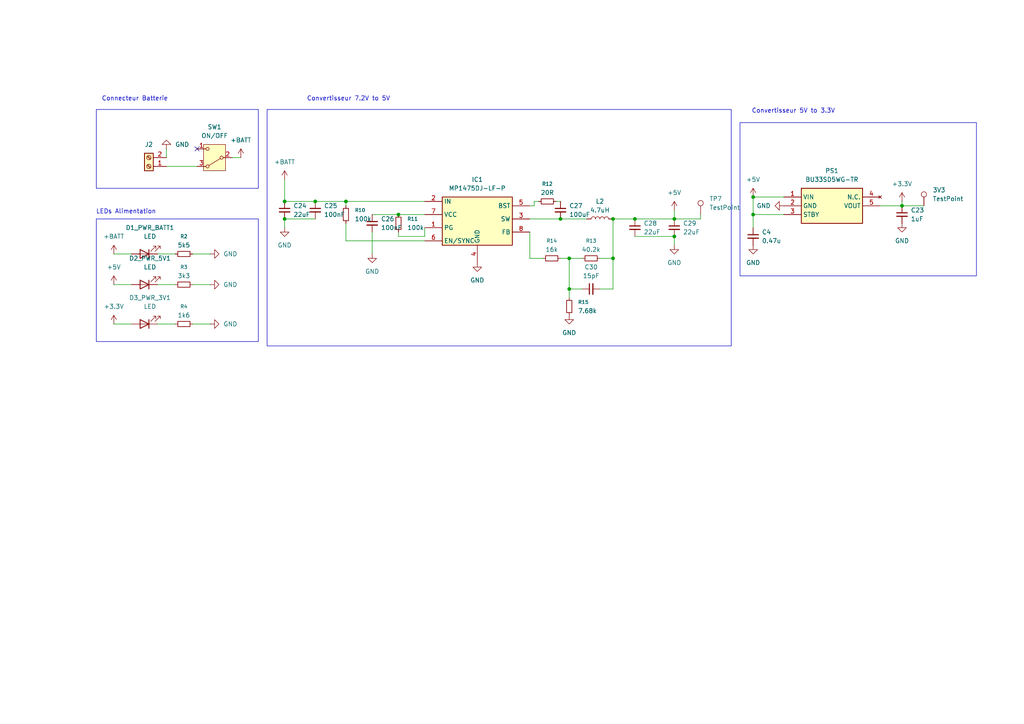
<source format=kicad_sch>
(kicad_sch (version 20250114) (generator "eeschema") (generator_version "9.0")
  (paper "A4")
  (lib_symbols
    (symbol "BU33SD5WG-TR:BU33SD5WG-TR"
      (property "Reference" "PS" (at 24.13 7.62 0))
      (property "Value" "BU33SD5WG-TR" (at 24.13 5.08 0))
      (symbol "BU33SD5WG-TR_1_1"
        (rectangle (start 5.08 2.54) (end 22.86 -7.62) (stroke (width 0.254)) (fill (type background)))
        (pin passive line (at 0 0 0) (length 5.08) (name "VIN") (number "1"))
        (pin passive line (at 0 -2.54 0) (length 5.08) (name "GND") (number "2"))
        (pin passive line (at 0 -5.08 0) (length 5.08) (name "STBY") (number "3"))
        (pin no_connect line (at 27.94 0 180) (length 5.08) (name "N.C.") (number "4"))
        (pin passive line (at 27.94 -2.54 180) (length 5.08) (name "VOUT") (number "5"))
      )
    )
    (symbol "Connector:Screw_Terminal_01x02" (pin_names (offset 1.016) (hide yes))
      (property "Reference" "J" (at 0 2.54 0))
      (property "Value" "Screw_Terminal_01x02" (at 0 -5.08 0))
      (symbol "Screw_Terminal_01x02_1_1"
        (rectangle (start -1.27 1.27) (end 1.27 -3.81) (stroke (width 0.254)) (fill (type background)))
        (polyline (pts (xy -0.5334 0.3302) (xy 0.3302 -0.508)) (stroke (width 0.1524)))
        (polyline (pts (xy -0.5334 -2.2098) (xy 0.3302 -3.048)) (stroke (width 0.1524)))
        (polyline (pts (xy -0.3556 0.508) (xy 0.508 -0.3302)) (stroke (width 0.1524)))
        (polyline (pts (xy -0.3556 -2.032) (xy 0.508 -2.8702)) (stroke (width 0.1524)))
        (circle (center 0 0) (radius 0.635) (stroke (width 0.1524)))
        (circle (center 0 -2.54) (radius 0.635) (stroke (width 0.1524)))
        (pin passive line (at -5.08 0 0) (length 3.81) (name "Pin_1") (number "1"))
        (pin passive line (at -5.08 -2.54 0) (length 3.81) (name "Pin_2") (number "2"))
      )
    )
    (symbol "Connector:TestPoint" (pin_numbers (hide yes)) (pin_names (offset 0.762) (hide yes))
      (property "Reference" "TP" (at 0 6.858 0))
      (property "Value" "TestPoint" (at 0 5.08 0))
      (symbol "TestPoint_0_1"
        (circle (center 0 3.302) (radius 0.762))
      )
      (symbol "TestPoint_1_1"
        (pin passive line (at 0 0 90) (length 2.54) (name "1") (number "1"))
      )
    )
    (symbol "Device:C_Small" (pin_numbers (hide yes)) (pin_names (offset 0.254) (hide yes))
      (property "Reference" "C" (at 0.254 1.778 0))
      (property "Value" "C_Small" (at 0.254 -2.032 0))
      (symbol "C_Small_0_1"
        (polyline (pts (xy -1.524 0.508) (xy 1.524 0.508)) (stroke (width 0.3048)))
        (polyline (pts (xy -1.524 -0.508) (xy 1.524 -0.508)) (stroke (width 0.3302)))
      )
      (symbol "C_Small_1_1"
        (pin passive line (at 0 2.54 270) (length 2.032) (name "~") (number "1"))
        (pin passive line (at 0 -2.54 90) (length 2.032) (name "~") (number "2"))
      )
    )
    (symbol "Device:L" (pin_numbers (hide yes)) (pin_names (offset 1.016) (hide yes))
      (property "Reference" "L" (at -1.27 0 90))
      (property "Value" "L" (at 1.905 0 90))
      (symbol "L_0_1"
        (arc (start 0 2.54) (mid 0.6323 1.905) (end 0 1.27))
        (arc (start 0 1.27) (mid 0.6323 0.635) (end 0 0))
        (arc (start 0 0) (mid 0.6323 -0.635) (end 0 -1.27))
        (arc (start 0 -1.27) (mid 0.6323 -1.905) (end 0 -2.54))
      )
      (symbol "L_1_1"
        (pin passive line (at 0 3.81 270) (length 1.27) (name "1") (number "1"))
        (pin passive line (at 0 -3.81 90) (length 1.27) (name "2") (number "2"))
      )
    )
    (symbol "Device:LED" (pin_numbers (hide yes)) (pin_names (offset 1.016) (hide yes))
      (property "Reference" "D" (at 0 2.54 0))
      (property "Value" "LED" (at 0 -2.54 0))
      (symbol "LED_0_1"
        (polyline (pts (xy -3.048 -0.762) (xy -4.572 -2.286) (xy -3.81 -2.286) (xy -4.572 -2.286) (xy -4.572 -1.524)))
        (polyline (pts (xy -1.778 -0.762) (xy -3.302 -2.286) (xy -2.54 -2.286) (xy -3.302 -2.286) (xy -3.302 -1.524)))
        (polyline (pts (xy -1.27 0) (xy 1.27 0)))
        (polyline (pts (xy -1.27 -1.27) (xy -1.27 1.27)) (stroke (width 0.254)))
        (polyline (pts (xy 1.27 -1.27) (xy 1.27 1.27) (xy -1.27 0) (xy 1.27 -1.27)) (stroke (width 0.254)))
      )
      (symbol "LED_1_1"
        (pin passive line (at -3.81 0 0) (length 2.54) (name "K") (number "1"))
        (pin passive line (at 3.81 0 180) (length 2.54) (name "A") (number "2"))
      )
    )
    (symbol "Device:R_Small" (pin_numbers (hide yes)) (pin_names (offset 0.254) (hide yes))
      (property "Reference" "R" (at 0 0 90))
      (property "Value" "R_Small" (at 1.778 0 90))
      (symbol "R_Small_0_1"
        (rectangle (start -0.762 1.778) (end 0.762 -1.778) (stroke (width 0.2032)))
      )
      (symbol "R_Small_1_1"
        (pin passive line (at 0 2.54 270) (length 0.762) (name "~") (number "1"))
        (pin passive line (at 0 -2.54 90) (length 0.762) (name "~") (number "2"))
      )
    )
    (symbol "MP1475DJ-LF-P:MP1475DJ-LF-P"
      (property "Reference" "IC" (at 26.67 7.62 0))
      (property "Value" "MP1475DJ-LF-P" (at 26.67 5.08 0))
      (symbol "MP1475DJ-LF-P_1_1"
        (rectangle (start 5.08 2.54) (end 25.4 -11.43) (stroke (width 0.254)) (fill (type background)))
        (pin passive line (at 0 1.27 0) (length 5.08) (name "IN") (number "2"))
        (pin passive line (at 0 -2.54 0) (length 5.08) (name "VCC") (number "7"))
        (pin passive line (at 0 -6.35 0) (length 5.08) (name "PG") (number "1"))
        (pin passive line (at 0 -10.16 0) (length 5.08) (name "EN/SYNC") (number "6"))
        (pin passive line (at 15.24 -16.51 90) (length 5.08) (name "GND") (number "4"))
        (pin passive line (at 30.48 0 180) (length 5.08) (name "BST") (number "5"))
        (pin passive line (at 30.48 -3.81 180) (length 5.08) (name "SW") (number "3"))
        (pin passive line (at 30.48 -7.62 180) (length 5.08) (name "FB") (number "8"))
      )
    )
    (symbol "Switch:SW_Nidec_CAS-120A1" (pin_names (offset 1) (hide yes))
      (property "Reference" "SW" (at 0 4.318 0))
      (property "Value" "SW_Nidec_CAS-120A1" (at 0 -5.08 0))
      (symbol "SW_Nidec_CAS-120A1_0_1"
        (circle (center -2.032 0) (radius 0.4572))
        (polyline (pts (xy -1.651 0.254) (xy 1.651 2.286)))
        (circle (center 2.032 2.54) (radius 0.4572))
        (circle (center 2.032 -2.54) (radius 0.4572))
      )
      (symbol "SW_Nidec_CAS-120A1_1_1"
        (rectangle (start -3.175 3.81) (end 3.175 -3.81) (fill (type background)))
        (pin passive line (at -5.08 0 0) (length 2.54) (name "B") (number "2"))
        (pin passive line (at 5.08 2.54 180) (length 2.54) (name "A") (number "3"))
        (pin passive line (at 5.08 -2.54 180) (length 2.54) (name "C") (number "1"))
      )
    )
    (symbol "power:+3.3V" (power) (pin_numbers (hide yes)) (pin_names (offset 0) (hide yes))
      (property "Value" "+3.3V" (at 0 3.556 0))
      (symbol "+3.3V_0_1"
        (polyline (pts (xy -0.762 1.27) (xy 0 2.54)))
        (polyline (pts (xy 0 2.54) (xy 0.762 1.27)))
        (polyline (pts (xy 0 0) (xy 0 2.54)))
      )
      (symbol "+3.3V_1_1"
        (pin power_in line (at 0 0 90) (length 0) (name "~") (number "1"))
      )
    )
    (symbol "power:+5V" (power) (pin_numbers (hide yes)) (pin_names (offset 0) (hide yes))
      (property "Value" "+5V" (at 0 3.556 0))
      (symbol "+5V_0_1"
        (polyline (pts (xy -0.762 1.27) (xy 0 2.54)))
        (polyline (pts (xy 0 2.54) (xy 0.762 1.27)))
        (polyline (pts (xy 0 0) (xy 0 2.54)))
      )
      (symbol "+5V_1_1"
        (pin power_in line (at 0 0 90) (length 0) (name "~") (number "1"))
      )
    )
    (symbol "power:+BATT" (power) (pin_numbers (hide yes)) (pin_names (offset 0) (hide yes))
      (property "Value" "+BATT" (at 0 3.556 0))
      (symbol "+BATT_0_1"
        (polyline (pts (xy -0.762 1.27) (xy 0 2.54)))
        (polyline (pts (xy 0 2.54) (xy 0.762 1.27)))
        (polyline (pts (xy 0 0) (xy 0 2.54)))
      )
      (symbol "+BATT_1_1"
        (pin power_in line (at 0 0 90) (length 0) (name "~") (number "1"))
      )
    )
    (symbol "power:GND" (power) (pin_numbers (hide yes)) (pin_names (offset 0) (hide yes))
      (property "Value" "GND" (at 0 -3.81 0))
      (symbol "GND_0_1"
        (polyline (pts (xy 0 0) (xy 0 -1.27) (xy 1.27 -1.27) (xy 0 -2.54) (xy -1.27 -1.27) (xy 0 -1.27)))
      )
      (symbol "GND_1_1"
        (pin power_in line (at 0 0 270) (length 0) (name "~") (number "1"))
      )
    )
  )
  (rectangle (start 27.94 31.75) (end 74.93 54.61))
  (rectangle (start 27.94 63.5) (end 74.93 99.06))
  (rectangle (start 77.47 31.75) (end 212.09 100.33))
  (rectangle (start 214.63 35.56) (end 283.21 80.01))
  (text "Convertisseur 7.2V to 5V" (at 101.092 28.702 0) (effects (font (size 1.27 1.27))))
  (text "Connecteur Batterie" (at 39.116 28.702 0) (effects (font (size 1.27 1.27))))
  (text "Convertisseur 5V to 3.3V" (at 230.124 32.258 0) (effects (font (size 1.27 1.27))))
  (text "LEDs Alimentation" (at 36.576 61.468 0) (effects (font (size 1.27 1.27))))
  (junction (at 218.44 62.23))
  (junction (at 195.58 63.5))
  (junction (at 162.56 63.5))
  (junction (at 218.44 57.15))
  (junction (at 195.58 68.58))
  (junction (at 100.33 58.42))
  (junction (at 177.8 74.93))
  (junction (at 165.1 74.93))
  (junction (at 177.8 63.5))
  (junction (at 82.55 58.42))
  (junction (at 165.1 83.82))
  (junction (at 184.15 63.5))
  (junction (at 91.44 58.42))
  (junction (at 115.57 62.23))
  (junction (at 261.62 59.69))
  (junction (at 82.55 63.5))
  (no_connect (at 57.15 43.18))
  (wire (pts (xy 173.99 74.93) (xy 177.8 74.93)))
  (wire (pts (xy 82.55 63.5) (xy 82.55 66.04)))
  (wire (pts (xy 33.02 82.55) (xy 38.1 82.55)))
  (wire (pts (xy 168.91 74.93) (xy 165.1 74.93)))
  (wire (pts (xy 123.19 66.04) (xy 123.19 68.58)))
  (wire (pts (xy 195.58 68.58) (xy 195.58 71.12)))
  (wire (pts (xy 177.8 83.82) (xy 177.8 74.93)))
  (wire (pts (xy 218.44 62.23) (xy 227.33 62.23)))
  (wire (pts (xy 154.94 59.69) (xy 153.67 59.69)))
  (wire (pts (xy 162.56 74.93) (xy 165.1 74.93)))
  (wire (pts (xy 165.1 83.82) (xy 168.91 83.82)))
  (wire (pts (xy 218.44 66.04) (xy 218.44 62.23)))
  (wire (pts (xy 55.88 82.55) (xy 60.96 82.55)))
  (wire (pts (xy 33.02 73.66) (xy 38.1 73.66)))
  (wire (pts (xy 157.48 74.93) (xy 153.67 74.93)))
  (wire (pts (xy 165.1 74.93) (xy 165.1 83.82)))
  (wire (pts (xy 184.15 68.58) (xy 195.58 68.58)))
  (wire (pts (xy 177.8 63.5) (xy 184.15 63.5)))
  (wire (pts (xy 154.94 58.42) (xy 156.21 58.42)))
  (wire (pts (xy 255.27 59.69) (xy 261.62 59.69)))
  (wire (pts (xy 45.72 73.66) (xy 50.8 73.66)))
  (wire (pts (xy 82.55 58.42) (xy 91.44 58.42)))
  (wire (pts (xy 100.33 58.42) (xy 91.44 58.42)))
  (wire (pts (xy 154.94 58.42) (xy 154.94 59.69)))
  (wire (pts (xy 107.95 67.31) (xy 107.95 73.66)))
  (wire (pts (xy 261.62 59.69) (xy 267.97 59.69)))
  (wire (pts (xy 115.57 68.58) (xy 115.57 67.31)))
  (wire (pts (xy 48.26 48.26) (xy 57.15 48.26)))
  (wire (pts (xy 195.58 60.96) (xy 195.58 63.5)))
  (wire (pts (xy 203.2 62.23) (xy 203.2 63.5)))
  (wire (pts (xy 55.88 93.98) (xy 60.96 93.98)))
  (wire (pts (xy 115.57 62.23) (xy 123.19 62.23)))
  (wire (pts (xy 261.62 58.42) (xy 261.62 59.69)))
  (wire (pts (xy 100.33 58.42) (xy 100.33 59.69)))
  (wire (pts (xy 165.1 86.36) (xy 165.1 83.82)))
  (wire (pts (xy 153.67 63.5) (xy 162.56 63.5)))
  (wire (pts (xy 123.19 69.85) (xy 100.33 69.85)))
  (wire (pts (xy 55.88 73.66) (xy 60.96 73.66)))
  (wire (pts (xy 100.33 58.42) (xy 123.19 58.42)))
  (wire (pts (xy 123.19 68.58) (xy 115.57 68.58)))
  (wire (pts (xy 107.95 62.23) (xy 115.57 62.23)))
  (wire (pts (xy 218.44 62.23) (xy 218.44 57.15)))
  (wire (pts (xy 153.67 74.93) (xy 153.67 67.31)))
  (wire (pts (xy 195.58 63.5) (xy 203.2 63.5)))
  (wire (pts (xy 33.02 93.98) (xy 38.1 93.98)))
  (wire (pts (xy 184.15 63.5) (xy 195.58 63.5)))
  (wire (pts (xy 45.72 93.98) (xy 50.8 93.98)))
  (wire (pts (xy 218.44 57.15) (xy 227.33 57.15)))
  (wire (pts (xy 45.72 82.55) (xy 50.8 82.55)))
  (wire (pts (xy 82.55 63.5) (xy 91.44 63.5)))
  (wire (pts (xy 162.56 63.5) (xy 170.18 63.5)))
  (wire (pts (xy 173.99 83.82) (xy 177.8 83.82)))
  (wire (pts (xy 177.8 63.5) (xy 177.8 74.93)))
  (wire (pts (xy 82.55 52.07) (xy 82.55 58.42)))
  (wire (pts (xy 161.29 58.42) (xy 162.56 58.42)))
  (wire (pts (xy 100.33 69.85) (xy 100.33 64.77)))
  (wire (pts (xy 48.26 43.18) (xy 48.26 45.72)))
  (wire (pts (xy 67.31 45.72) (xy 69.85 45.72)))
  (symbol (lib_id "Device:LED") (at 41.91 93.98 180) (unit 1)
    (property "Reference" "D3_PWR_3V1" (at 43.4975 86.36 0))
    (property "Value" "LED" (at 43.4975 88.9 0))
    (property "Footprint" "LED_SMD:LED_0603_1608Metric" (effects (hide yes)))
    (property "Description" "Light emitting diode" (effects (hide yes)))
    (property "Sim.Pins" "1=K 2=A" (effects (hide yes)))
  )
  (symbol (lib_id "Device:C_Small") (at 218.44 68.58 0) (unit 1)
    (property "Reference" "C4" (at 220.98 67.3162 0) (effects (justify left)))
    (property "Value" "0.47u" (at 220.98 69.8562 0) (effects (justify left)))
    (property "Footprint" "Capacitor_SMD:C_01005_0402Metric" (effects (hide yes)))
    (property "Description" "Unpolarized capacitor, small symbol" (effects (hide yes)))
  )
  (symbol (lib_id "Switch:SW_Nidec_CAS-120A1") (at 62.23 45.72 180) (unit 1)
    (property "Reference" "SW1" (at 62.23 36.83 0))
    (property "Value" "ON/OFF" (at 62.23 39.37 0))
    (property "Footprint" "Button_Switch_SMD:Nidec_Copal_CAS-120A" (effects (hide yes)))
    (property "Datasheet" "https://www.nidec-components.com/e/catalog/switch/cas.pdf" (effects (hide yes)))
    (property "Description" "Switch, single pole double throw" (effects (hide yes)))
  )
  (symbol (lib_id "Device:R_Small") (at 115.57 64.77 0) (unit 1)
    (property "Reference" "R11" (at 118.11 63.4999 0) (effects (font (size 1.016 1.016)) (justify left)))
    (property "Value" "100k" (at 118.11 66.0399 0) (effects (justify left)))
    (property "Footprint" "Resistor_SMD:R_0402_1005Metric" (effects (hide yes)))
    (property "Description" "Resistor, small symbol" (effects (hide yes)))
  )
  (symbol (lib_id "power:GND") (at 107.95 73.66 0) (unit 1)
    (property "Reference" "#PWR054" (effects (hide yes)))
    (property "Value" "GND" (at 107.95 78.74 0))
    (property "Description" "Power symbol creates a global label with name \"GND\" , ground" (effects (hide yes)))
  )
  (symbol (lib_id "Device:C_Small") (at 91.44 60.96 0) (unit 1)
    (property "Reference" "C25" (at 93.98 59.6962 0) (effects (justify left)))
    (property "Value" "100nF" (at 93.98 62.2362 0) (effects (justify left)))
    (property "Footprint" "Capacitor_SMD:C_0402_1005Metric" (effects (hide yes)))
    (property "Description" "Unpolarized capacitor, small symbol" (effects (hide yes)))
  )
  (symbol (lib_id "Device:R_Small") (at 53.34 73.66 90) (unit 1)
    (property "Reference" "R2" (at 53.34 68.58 90) (effects (font (size 1.016 1.016))))
    (property "Value" "5k5" (at 53.34 71.12 90))
    (property "Footprint" "Resistor_SMD:R_0402_1005Metric" (effects (hide yes)))
    (property "Description" "Resistor, small symbol" (effects (hide yes)))
  )
  (symbol (lib_id "Device:R_Small") (at 171.45 74.93 90) (unit 1)
    (property "Reference" "R13" (at 171.45 69.85 90) (effects (font (size 1.016 1.016))))
    (property "Value" "40.2k" (at 171.45 72.39 90))
    (property "Footprint" "Resistor_SMD:R_0402_1005Metric" (effects (hide yes)))
    (property "Description" "Resistor, small symbol" (effects (hide yes)))
  )
  (symbol (lib_id "Connector:TestPoint") (at 267.97 59.69 0) (unit 1)
    (property "Reference" "3V3" (at 270.51 55.1179 0) (effects (justify left)))
    (property "Value" "TestPoint" (at 270.51 57.6579 0) (effects (justify left)))
    (property "Footprint" "TestPoint:TestPoint_Pad_D1.0mm" (effects (hide yes)))
    (property "Description" "test point" (effects (hide yes)))
  )
  (symbol (lib_id "MP1475DJ-LF-P:MP1475DJ-LF-P") (at 123.19 59.69 0) (unit 1)
    (property "Reference" "IC1" (at 138.43 52.07 0))
    (property "Value" "MP1475DJ-LF-P" (at 138.43 54.61 0))
    (property "Footprint" "Package_TO_SOT_SMD:TSOT-23-8" (effects (hide yes)))
    (property "Datasheet" "https://www.monolithicpower.com/en/documentview/productdocument/index/version/2/document_type/Datasheet/lang/en/sku/MP1475/document_id/342" (effects (hide yes)))
    (property "Height" "1" (effects (hide yes)))
    (property "Manufacturer_Name" "Monolithic Power Systems (MPS)" (effects (hide yes)))
    (property "Manufacturer_Part_Number" "MP1475DJ-LF-P" (effects (hide yes)))
  )
  (symbol (lib_id "Connector:Screw_Terminal_01x02") (at 43.18 48.26 180) (unit 1)
    (property "Reference" "J2" (at 43.18 41.91 0))
    (property "Value" "Screw_Terminal_01x02" (effects (hide yes)))
    (property "Footprint" "Connector_JST:JST_XH_S2B-XH-A_1x02_P2.50mm_Horizontal" (effects (hide yes)))
    (property "Description" "Generic screw terminal, single row, 01x02, script generated (kicad-library-utils/schlib/autogen/connector/)" (effects (hide yes)))
  )
  (symbol (lib_id "BU33SD5WG-TR:BU33SD5WG-TR") (at 227.33 57.15 0) (unit 1)
    (property "Reference" "PS1" (at 241.3 49.53 0))
    (property "Value" "BU33SD5WG-TR" (at 241.3 52.07 0))
    (property "Footprint" "Package_TO_SOT_SMD:TSOT-23-5" (effects (hide yes)))
    (property "Datasheet" "https://componentsearchengine.com/Datasheets/1/BU33SD5WG-TR.pdf" (effects (hide yes)))
    (property "Height" "1.25" (effects (hide yes)))
    (property "Manufacturer_Name" "ROHM Semiconductor" (effects (hide yes)))
    (property "Manufacturer_Part_Number" "BU33SD5WG-TR" (effects (hide yes)))
  )
  (symbol (lib_id "Device:LED") (at 41.91 82.55 180) (unit 1)
    (property "Reference" "D2_PWR_5V1" (at 43.4975 74.93 0))
    (property "Value" "LED" (at 43.4975 77.47 0))
    (property "Footprint" "LED_SMD:LED_0603_1608Metric" (effects (hide yes)))
    (property "Description" "Light emitting diode" (effects (hide yes)))
    (property "Sim.Pins" "1=K 2=A" (effects (hide yes)))
  )
  (symbol (lib_id "power:GND") (at 165.1 91.44 0) (unit 1)
    (property "Reference" "#PWR058" (effects (hide yes)))
    (property "Value" "GND" (at 165.1 96.52 0))
    (property "Description" "Power symbol creates a global label with name \"GND\" , ground" (effects (hide yes)))
  )
  (symbol (lib_id "Connector:TestPoint") (at 203.2 62.23 0) (unit 1)
    (property "Reference" "TP7" (at 205.74 57.6579 0) (effects (justify left)))
    (property "Value" "TestPoint" (at 205.74 60.1979 0) (effects (justify left)))
    (property "Footprint" "TestPoint:TestPoint_Pad_D1.0mm" (effects (hide yes)))
    (property "Description" "test point" (effects (hide yes)))
  )
  (symbol (lib_id "Device:C_Small") (at 82.55 60.96 0) (unit 1)
    (property "Reference" "C24" (at 85.09 59.6962 0) (effects (justify left)))
    (property "Value" "22uF" (at 85.09 62.2362 0) (effects (justify left)))
    (property "Footprint" "Capacitor_SMD:C_0402_1005Metric" (effects (hide yes)))
    (property "Description" "Unpolarized capacitor, small symbol" (effects (hide yes)))
  )
  (symbol (lib_id "power:GND") (at 227.33 59.69 270) (unit 1)
    (property "Reference" "#PWR051" (effects (hide yes)))
    (property "Value" "GND" (at 223.52 59.6899 90) (effects (justify right)))
    (property "Description" "Power symbol creates a global label with name \"GND\" , ground" (effects (hide yes)))
  )
  (symbol (lib_id "Device:R_Small") (at 100.33 62.23 0) (unit 1)
    (property "Reference" "R10" (at 102.87 60.9599 0) (effects (font (size 1.016 1.016)) (justify left)))
    (property "Value" "100k" (at 102.87 63.4999 0) (effects (justify left)))
    (property "Footprint" "Resistor_SMD:R_0402_1005Metric" (effects (hide yes)))
    (property "Description" "Resistor, small symbol" (effects (hide yes)))
  )
  (symbol (lib_id "power:GND") (at 138.43 76.2 0) (unit 1)
    (property "Reference" "#PWR060" (effects (hide yes)))
    (property "Value" "GND" (at 138.43 81.28 0))
    (property "Description" "Power symbol creates a global label with name \"GND\" , ground" (effects (hide yes)))
  )
  (symbol (lib_id "power:GND") (at 60.96 82.55 90) (unit 1)
    (property "Reference" "#PWR030" (effects (hide yes)))
    (property "Value" "GND" (at 64.77 82.5499 90) (effects (justify right)))
    (property "Description" "Power symbol creates a global label with name \"GND\" , ground" (effects (hide yes)))
  )
  (symbol (lib_id "power:GND") (at 218.44 71.12 0) (unit 1)
    (property "Reference" "#PWR069" (effects (hide yes)))
    (property "Value" "GND" (at 218.44 76.2 0))
    (property "Description" "Power symbol creates a global label with name \"GND\" , ground" (effects (hide yes)))
  )
  (symbol (lib_id "power:+BATT") (at 82.55 52.07 0) (unit 1)
    (property "Reference" "#PWR052" (effects (hide yes)))
    (property "Value" "+BATT" (at 82.55 46.99 0))
    (property "Description" "Power symbol creates a global label with name \"+BATT\"" (effects (hide yes)))
  )
  (symbol (lib_id "Device:C_Small") (at 162.56 60.96 0) (unit 1)
    (property "Reference" "C27" (at 165.1 59.6962 0) (effects (justify left)))
    (property "Value" "100uF" (at 165.1 62.2362 0) (effects (justify left)))
    (property "Footprint" "Capacitor_SMD:C_0402_1005Metric" (effects (hide yes)))
    (property "Description" "Unpolarized capacitor, small symbol" (effects (hide yes)))
  )
  (symbol (lib_id "Device:R_Small") (at 158.75 58.42 90) (unit 1)
    (property "Reference" "R12" (at 158.75 53.34 90) (effects (font (size 1.016 1.016))))
    (property "Value" "20R" (at 158.75 55.88 90))
    (property "Footprint" "Resistor_SMD:R_0402_1005Metric" (effects (hide yes)))
    (property "Description" "Resistor, small symbol" (effects (hide yes)))
  )
  (symbol (lib_id "power:GND") (at 60.96 93.98 90) (unit 1)
    (property "Reference" "#PWR031" (effects (hide yes)))
    (property "Value" "GND" (at 64.77 93.9799 90) (effects (justify right)))
    (property "Description" "Power symbol creates a global label with name \"GND\" , ground" (effects (hide yes)))
  )
  (symbol (lib_id "Device:R_Small") (at 165.1 88.9 180) (unit 1)
    (property "Reference" "R15" (at 167.64 87.6299 0) (effects (font (size 1.016 1.016)) (justify right)))
    (property "Value" "7.68k" (at 167.64 90.1699 0) (effects (justify right)))
    (property "Footprint" "Resistor_SMD:R_0402_1005Metric" (effects (hide yes)))
    (property "Description" "Resistor, small symbol" (effects (hide yes)))
  )
  (symbol (lib_id "Device:R_Small") (at 53.34 93.98 90) (unit 1)
    (property "Reference" "R4" (at 53.34 88.9 90) (effects (font (size 1.016 1.016))))
    (property "Value" "1k6" (at 53.34 91.44 90))
    (property "Footprint" "Resistor_SMD:R_0402_1005Metric" (effects (hide yes)))
    (property "Description" "Resistor, small symbol" (effects (hide yes)))
  )
  (symbol (lib_id "power:+5V") (at 195.58 60.96 0) (unit 1)
    (property "Reference" "#PWR056" (effects (hide yes)))
    (property "Value" "+5V" (at 195.58 55.88 0))
    (property "Description" "Power symbol creates a global label with name \"+5V\"" (effects (hide yes)))
  )
  (symbol (lib_id "power:GND") (at 82.55 66.04 0) (unit 1)
    (property "Reference" "#PWR053" (effects (hide yes)))
    (property "Value" "GND" (at 82.55 71.12 0))
    (property "Description" "Power symbol creates a global label with name \"GND\" , ground" (effects (hide yes)))
  )
  (symbol (lib_id "Device:C_Small") (at 261.62 62.23 0) (unit 1)
    (property "Reference" "C23" (at 264.16 60.9662 0) (effects (justify left)))
    (property "Value" "1uF" (at 264.16 63.5062 0) (effects (justify left)))
    (property "Footprint" "Capacitor_SMD:C_0402_1005Metric" (effects (hide yes)))
    (property "Description" "Unpolarized capacitor, small symbol" (effects (hide yes)))
  )
  (symbol (lib_id "power:+3.3V") (at 261.62 58.42 0) (unit 1)
    (property "Reference" "#PWR048" (effects (hide yes)))
    (property "Value" "+3.3V" (at 261.62 53.34 0))
    (property "Description" "Power symbol creates a global label with name \"+3.3V\"" (effects (hide yes)))
  )
  (symbol (lib_id "power:+BATT") (at 33.02 73.66 0) (unit 1)
    (property "Reference" "#PWR026" (effects (hide yes)))
    (property "Value" "+BATT" (at 33.02 68.58 0))
    (property "Description" "Power symbol creates a global label with name \"+BATT\"" (effects (hide yes)))
  )
  (symbol (lib_id "Device:C_Small") (at 184.15 66.04 0) (unit 1)
    (property "Reference" "C28" (at 186.69 64.7762 0) (effects (justify left)))
    (property "Value" "22uF" (at 186.69 67.3162 0) (effects (justify left)))
    (property "Footprint" "Capacitor_SMD:C_0402_1005Metric" (effects (hide yes)))
    (property "Description" "Unpolarized capacitor, small symbol" (effects (hide yes)))
  )
  (symbol (lib_id "power:+BATT") (at 69.85 45.72 0) (unit 1)
    (property "Reference" "#PWR014" (effects (hide yes)))
    (property "Value" "+BATT" (at 69.85 40.64 0))
    (property "Description" "Power symbol creates a global label with name \"+BATT\"" (effects (hide yes)))
  )
  (symbol (lib_id "Device:L") (at 173.99 63.5 90) (unit 1)
    (property "Reference" "L2" (at 173.99 58.42 90))
    (property "Value" "4.7uH" (at 173.99 60.96 90))
    (property "Description" "Inductor" (effects (hide yes)))
  )
  (symbol (lib_id "power:GND") (at 195.58 71.12 0) (unit 1)
    (property "Reference" "#PWR057" (effects (hide yes)))
    (property "Value" "GND" (at 195.58 76.2 0))
    (property "Description" "Power symbol creates a global label with name \"GND\" , ground" (effects (hide yes)))
  )
  (symbol (lib_id "power:GND") (at 60.96 73.66 90) (unit 1)
    (property "Reference" "#PWR029" (effects (hide yes)))
    (property "Value" "GND" (at 64.77 73.6599 90) (effects (justify right)))
    (property "Description" "Power symbol creates a global label with name \"GND\" , ground" (effects (hide yes)))
  )
  (symbol (lib_id "power:+5V") (at 218.44 57.15 0) (unit 1)
    (property "Reference" "#PWR050" (effects (hide yes)))
    (property "Value" "+5V" (at 218.44 52.07 0))
    (property "Description" "Power symbol creates a global label with name \"+5V\"" (effects (hide yes)))
  )
  (symbol (lib_id "power:+3.3V") (at 33.02 93.98 0) (unit 1)
    (property "Reference" "#PWR027" (effects (hide yes)))
    (property "Value" "+3.3V" (at 33.02 88.9 0))
    (property "Description" "Power symbol creates a global label with name \"+3.3V\"" (effects (hide yes)))
  )
  (symbol (lib_id "Device:LED") (at 41.91 73.66 180) (unit 1)
    (property "Reference" "D1_PWR_BATT1" (at 43.4975 66.04 0))
    (property "Value" "LED" (at 43.4975 68.58 0))
    (property "Footprint" "LED_SMD:LED_0603_1608Metric" (effects (hide yes)))
    (property "Description" "Light emitting diode" (effects (hide yes)))
    (property "Sim.Pins" "1=K 2=A" (effects (hide yes)))
  )
  (symbol (lib_id "power:GND") (at 261.62 64.77 0) (unit 1)
    (property "Reference" "#PWR049" (effects (hide yes)))
    (property "Value" "GND" (at 261.62 69.85 0))
    (property "Description" "Power symbol creates a global label with name \"GND\" , ground" (effects (hide yes)))
  )
  (symbol (lib_id "Device:R_Small") (at 160.02 74.93 90) (unit 1)
    (property "Reference" "R14" (at 160.02 69.85 90) (effects (font (size 1.016 1.016))))
    (property "Value" "16k" (at 160.02 72.39 90))
    (property "Footprint" "Resistor_SMD:R_0402_1005Metric" (effects (hide yes)))
    (property "Description" "Resistor, small symbol" (effects (hide yes)))
  )
  (symbol (lib_id "power:GND") (at 48.26 43.18 180) (unit 1)
    (property "Reference" "#PWR015" (effects (hide yes)))
    (property "Value" "GND" (at 50.8 41.9099 0) (effects (justify right)))
    (property "Description" "Power symbol creates a global label with name \"GND\" , ground" (effects (hide yes)))
  )
  (symbol (lib_id "Device:R_Small") (at 53.34 82.55 90) (unit 1)
    (property "Reference" "R3" (at 53.34 77.47 90) (effects (font (size 1.016 1.016))))
    (property "Value" "3k3" (at 53.34 80.01 90))
    (property "Footprint" "Resistor_SMD:R_0402_1005Metric" (effects (hide yes)))
    (property "Description" "Resistor, small symbol" (effects (hide yes)))
  )
  (symbol (lib_id "Device:C_Small") (at 171.45 83.82 90) (unit 1)
    (property "Reference" "C30" (at 171.4563 77.47 90))
    (property "Value" "15pF" (at 171.4563 80.01 90))
    (property "Footprint" "Capacitor_SMD:C_0402_1005Metric" (effects (hide yes)))
    (property "Description" "Unpolarized capacitor, small symbol" (effects (hide yes)))
  )
  (symbol (lib_id "Device:C_Small") (at 195.58 66.04 0) (unit 1)
    (property "Reference" "C29" (at 198.12 64.7762 0) (effects (justify left)))
    (property "Value" "22uF" (at 198.12 67.3162 0) (effects (justify left)))
    (property "Footprint" "Capacitor_SMD:C_0402_1005Metric" (effects (hide yes)))
    (property "Description" "Unpolarized capacitor, small symbol" (effects (hide yes)))
  )
  (symbol (lib_id "power:+5V") (at 33.02 82.55 0) (unit 1)
    (property "Reference" "#PWR028" (effects (hide yes)))
    (property "Value" "+5V" (at 33.02 77.47 0))
    (property "Description" "Power symbol creates a global label with name \"+5V\"" (effects (hide yes)))
  )
  (symbol (lib_id "Device:C_Small") (at 107.95 64.77 0) (unit 1)
    (property "Reference" "C26" (at 110.49 63.5062 0) (effects (justify left)))
    (property "Value" "100nF" (at 110.49 66.0462 0) (effects (justify left)))
    (property "Footprint" "Capacitor_SMD:C_0402_1005Metric" (effects (hide yes)))
    (property "Description" "Unpolarized capacitor, small symbol" (effects (hide yes)))
  )
)
</source>
